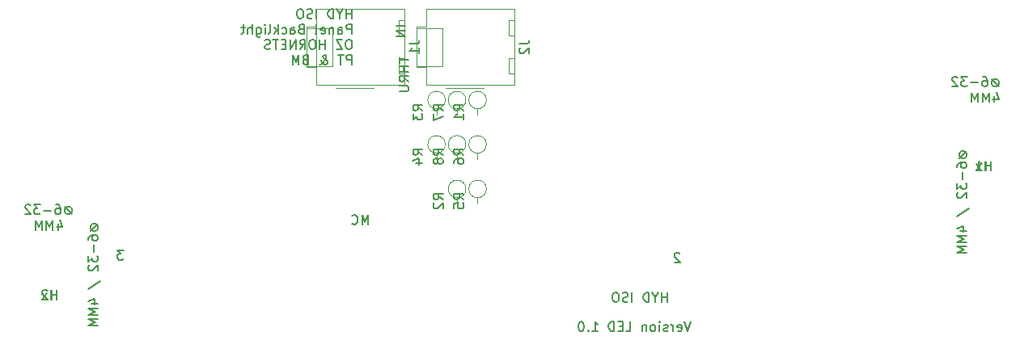
<source format=gbr>
%TF.GenerationSoftware,KiCad,Pcbnew,(6.0.7-1)-1*%
%TF.CreationDate,2023-10-29T11:35:44+10:00*%
%TF.ProjectId,HYD ISO Panel PCB V2,48594420-4953-44f2-9050-616e656c2050,rev?*%
%TF.SameCoordinates,Original*%
%TF.FileFunction,Legend,Bot*%
%TF.FilePolarity,Positive*%
%FSLAX46Y46*%
G04 Gerber Fmt 4.6, Leading zero omitted, Abs format (unit mm)*
G04 Created by KiCad (PCBNEW (6.0.7-1)-1) date 2023-10-29 11:35:44*
%MOMM*%
%LPD*%
G01*
G04 APERTURE LIST*
%ADD10C,0.150000*%
%ADD11C,0.120000*%
G04 APERTURE END LIST*
D10*
X138231571Y-93816380D02*
X137898238Y-94816380D01*
X137564904Y-93816380D01*
X136850619Y-94768761D02*
X136945857Y-94816380D01*
X137136333Y-94816380D01*
X137231571Y-94768761D01*
X137279190Y-94673523D01*
X137279190Y-94292571D01*
X137231571Y-94197333D01*
X137136333Y-94149714D01*
X136945857Y-94149714D01*
X136850619Y-94197333D01*
X136803000Y-94292571D01*
X136803000Y-94387809D01*
X137279190Y-94483047D01*
X136374428Y-94816380D02*
X136374428Y-94149714D01*
X136374428Y-94340190D02*
X136326809Y-94244952D01*
X136279190Y-94197333D01*
X136183952Y-94149714D01*
X136088714Y-94149714D01*
X135803000Y-94768761D02*
X135707761Y-94816380D01*
X135517285Y-94816380D01*
X135422047Y-94768761D01*
X135374428Y-94673523D01*
X135374428Y-94625904D01*
X135422047Y-94530666D01*
X135517285Y-94483047D01*
X135660142Y-94483047D01*
X135755380Y-94435428D01*
X135803000Y-94340190D01*
X135803000Y-94292571D01*
X135755380Y-94197333D01*
X135660142Y-94149714D01*
X135517285Y-94149714D01*
X135422047Y-94197333D01*
X134945857Y-94816380D02*
X134945857Y-94149714D01*
X134945857Y-93816380D02*
X134993476Y-93864000D01*
X134945857Y-93911619D01*
X134898238Y-93864000D01*
X134945857Y-93816380D01*
X134945857Y-93911619D01*
X134326809Y-94816380D02*
X134422047Y-94768761D01*
X134469666Y-94721142D01*
X134517285Y-94625904D01*
X134517285Y-94340190D01*
X134469666Y-94244952D01*
X134422047Y-94197333D01*
X134326809Y-94149714D01*
X134183952Y-94149714D01*
X134088714Y-94197333D01*
X134041095Y-94244952D01*
X133993476Y-94340190D01*
X133993476Y-94625904D01*
X134041095Y-94721142D01*
X134088714Y-94768761D01*
X134183952Y-94816380D01*
X134326809Y-94816380D01*
X133564904Y-94149714D02*
X133564904Y-94816380D01*
X133564904Y-94244952D02*
X133517285Y-94197333D01*
X133422047Y-94149714D01*
X133279190Y-94149714D01*
X133183952Y-94197333D01*
X133136333Y-94292571D01*
X133136333Y-94816380D01*
X131422047Y-94816380D02*
X131898238Y-94816380D01*
X131898238Y-93816380D01*
X131088714Y-94292571D02*
X130755380Y-94292571D01*
X130612523Y-94816380D02*
X131088714Y-94816380D01*
X131088714Y-93816380D01*
X130612523Y-93816380D01*
X130183952Y-94816380D02*
X130183952Y-93816380D01*
X129945857Y-93816380D01*
X129803000Y-93864000D01*
X129707761Y-93959238D01*
X129660142Y-94054476D01*
X129612523Y-94244952D01*
X129612523Y-94387809D01*
X129660142Y-94578285D01*
X129707761Y-94673523D01*
X129803000Y-94768761D01*
X129945857Y-94816380D01*
X130183952Y-94816380D01*
X127898238Y-94816380D02*
X128469666Y-94816380D01*
X128183952Y-94816380D02*
X128183952Y-93816380D01*
X128279190Y-93959238D01*
X128374428Y-94054476D01*
X128469666Y-94102095D01*
X127469666Y-94721142D02*
X127422047Y-94768761D01*
X127469666Y-94816380D01*
X127517285Y-94768761D01*
X127469666Y-94721142D01*
X127469666Y-94816380D01*
X126803000Y-93816380D02*
X126707761Y-93816380D01*
X126612523Y-93864000D01*
X126564904Y-93911619D01*
X126517285Y-94006857D01*
X126469666Y-94197333D01*
X126469666Y-94435428D01*
X126517285Y-94625904D01*
X126564904Y-94721142D01*
X126612523Y-94768761D01*
X126707761Y-94816380D01*
X126803000Y-94816380D01*
X126898238Y-94768761D01*
X126945857Y-94721142D01*
X126993476Y-94625904D01*
X127041095Y-94435428D01*
X127041095Y-94197333D01*
X126993476Y-94006857D01*
X126945857Y-93911619D01*
X126898238Y-93864000D01*
X126803000Y-93816380D01*
X108352380Y-62826190D02*
X107352380Y-62826190D01*
X108352380Y-63302380D02*
X107352380Y-63302380D01*
X108352380Y-63873809D01*
X107352380Y-63873809D01*
X107702380Y-66116666D02*
X107702380Y-66688095D01*
X108702380Y-66402380D02*
X107702380Y-66402380D01*
X108702380Y-67021428D02*
X107702380Y-67021428D01*
X108178571Y-67021428D02*
X108178571Y-67592857D01*
X108702380Y-67592857D02*
X107702380Y-67592857D01*
X108702380Y-68640476D02*
X108226190Y-68307142D01*
X108702380Y-68069047D02*
X107702380Y-68069047D01*
X107702380Y-68450000D01*
X107750000Y-68545238D01*
X107797619Y-68592857D01*
X107892857Y-68640476D01*
X108035714Y-68640476D01*
X108130952Y-68592857D01*
X108178571Y-68545238D01*
X108226190Y-68450000D01*
X108226190Y-68069047D01*
X107702380Y-69069047D02*
X108511904Y-69069047D01*
X108607142Y-69116666D01*
X108654761Y-69164285D01*
X108702380Y-69259523D01*
X108702380Y-69450000D01*
X108654761Y-69545238D01*
X108607142Y-69592857D01*
X108511904Y-69640476D01*
X107702380Y-69640476D01*
X104465333Y-83637380D02*
X104465333Y-82637380D01*
X104132000Y-83351666D01*
X103798666Y-82637380D01*
X103798666Y-83637380D01*
X102751047Y-83542142D02*
X102798666Y-83589761D01*
X102941523Y-83637380D01*
X103036761Y-83637380D01*
X103179619Y-83589761D01*
X103274857Y-83494523D01*
X103322476Y-83399285D01*
X103370095Y-83208809D01*
X103370095Y-83065952D01*
X103322476Y-82875476D01*
X103274857Y-82780238D01*
X103179619Y-82685000D01*
X103036761Y-82637380D01*
X102941523Y-82637380D01*
X102798666Y-82685000D01*
X102751047Y-82732619D01*
X135733333Y-91752380D02*
X135733333Y-90752380D01*
X135733333Y-91228571D02*
X135161904Y-91228571D01*
X135161904Y-91752380D02*
X135161904Y-90752380D01*
X134495238Y-91276190D02*
X134495238Y-91752380D01*
X134828571Y-90752380D02*
X134495238Y-91276190D01*
X134161904Y-90752380D01*
X133828571Y-91752380D02*
X133828571Y-90752380D01*
X133590476Y-90752380D01*
X133447619Y-90800000D01*
X133352380Y-90895238D01*
X133304761Y-90990476D01*
X133257142Y-91180952D01*
X133257142Y-91323809D01*
X133304761Y-91514285D01*
X133352380Y-91609523D01*
X133447619Y-91704761D01*
X133590476Y-91752380D01*
X133828571Y-91752380D01*
X132066666Y-91752380D02*
X132066666Y-90752380D01*
X131638095Y-91704761D02*
X131495238Y-91752380D01*
X131257142Y-91752380D01*
X131161904Y-91704761D01*
X131114285Y-91657142D01*
X131066666Y-91561904D01*
X131066666Y-91466666D01*
X131114285Y-91371428D01*
X131161904Y-91323809D01*
X131257142Y-91276190D01*
X131447619Y-91228571D01*
X131542857Y-91180952D01*
X131590476Y-91133333D01*
X131638095Y-91038095D01*
X131638095Y-90942857D01*
X131590476Y-90847619D01*
X131542857Y-90800000D01*
X131447619Y-90752380D01*
X131209523Y-90752380D01*
X131066666Y-90800000D01*
X130447619Y-90752380D02*
X130257142Y-90752380D01*
X130161904Y-90800000D01*
X130066666Y-90895238D01*
X130019047Y-91085714D01*
X130019047Y-91419047D01*
X130066666Y-91609523D01*
X130161904Y-91704761D01*
X130257142Y-91752380D01*
X130447619Y-91752380D01*
X130542857Y-91704761D01*
X130638095Y-91609523D01*
X130685714Y-91419047D01*
X130685714Y-91085714D01*
X130638095Y-90895238D01*
X130542857Y-90800000D01*
X130447619Y-90752380D01*
X137064714Y-86669619D02*
X137017095Y-86622000D01*
X136921857Y-86574380D01*
X136683761Y-86574380D01*
X136588523Y-86622000D01*
X136540904Y-86669619D01*
X136493285Y-86764857D01*
X136493285Y-86860095D01*
X136540904Y-87002952D01*
X137112333Y-87574380D01*
X136493285Y-87574380D01*
X71963489Y-83535714D02*
X71963489Y-84202380D01*
X72201585Y-83154761D02*
X72439680Y-83869047D01*
X71820632Y-83869047D01*
X71439680Y-84202380D02*
X71439680Y-83202380D01*
X71106347Y-83916666D01*
X70773013Y-83202380D01*
X70773013Y-84202380D01*
X70296823Y-84202380D02*
X70296823Y-83202380D01*
X69963489Y-83916666D01*
X69630156Y-83202380D01*
X69630156Y-84202380D01*
X169952380Y-70135714D02*
X169952380Y-70802380D01*
X170190476Y-69754761D02*
X170428571Y-70469047D01*
X169809523Y-70469047D01*
X169428571Y-70802380D02*
X169428571Y-69802380D01*
X169095238Y-70516666D01*
X168761904Y-69802380D01*
X168761904Y-70802380D01*
X168285714Y-70802380D02*
X168285714Y-69802380D01*
X167952380Y-70516666D01*
X167619047Y-69802380D01*
X167619047Y-70802380D01*
X78819333Y-86320380D02*
X78200285Y-86320380D01*
X78533619Y-86701333D01*
X78390761Y-86701333D01*
X78295523Y-86748952D01*
X78247904Y-86796571D01*
X78200285Y-86891809D01*
X78200285Y-87129904D01*
X78247904Y-87225142D01*
X78295523Y-87272761D01*
X78390761Y-87320380D01*
X78676476Y-87320380D01*
X78771714Y-87272761D01*
X78819333Y-87225142D01*
X102714404Y-62037380D02*
X102714404Y-61037380D01*
X102714404Y-61513571D02*
X102142976Y-61513571D01*
X102142976Y-62037380D02*
X102142976Y-61037380D01*
X101476309Y-61561190D02*
X101476309Y-62037380D01*
X101809642Y-61037380D02*
X101476309Y-61561190D01*
X101142976Y-61037380D01*
X100809642Y-62037380D02*
X100809642Y-61037380D01*
X100571547Y-61037380D01*
X100428690Y-61085000D01*
X100333452Y-61180238D01*
X100285833Y-61275476D01*
X100238214Y-61465952D01*
X100238214Y-61608809D01*
X100285833Y-61799285D01*
X100333452Y-61894523D01*
X100428690Y-61989761D01*
X100571547Y-62037380D01*
X100809642Y-62037380D01*
X99047738Y-62037380D02*
X99047738Y-61037380D01*
X98619166Y-61989761D02*
X98476309Y-62037380D01*
X98238214Y-62037380D01*
X98142976Y-61989761D01*
X98095357Y-61942142D01*
X98047738Y-61846904D01*
X98047738Y-61751666D01*
X98095357Y-61656428D01*
X98142976Y-61608809D01*
X98238214Y-61561190D01*
X98428690Y-61513571D01*
X98523928Y-61465952D01*
X98571547Y-61418333D01*
X98619166Y-61323095D01*
X98619166Y-61227857D01*
X98571547Y-61132619D01*
X98523928Y-61085000D01*
X98428690Y-61037380D01*
X98190595Y-61037380D01*
X98047738Y-61085000D01*
X97428690Y-61037380D02*
X97238214Y-61037380D01*
X97142976Y-61085000D01*
X97047738Y-61180238D01*
X97000119Y-61370714D01*
X97000119Y-61704047D01*
X97047738Y-61894523D01*
X97142976Y-61989761D01*
X97238214Y-62037380D01*
X97428690Y-62037380D01*
X97523928Y-61989761D01*
X97619166Y-61894523D01*
X97666785Y-61704047D01*
X97666785Y-61370714D01*
X97619166Y-61180238D01*
X97523928Y-61085000D01*
X97428690Y-61037380D01*
X102714404Y-63647380D02*
X102714404Y-62647380D01*
X102333452Y-62647380D01*
X102238214Y-62695000D01*
X102190595Y-62742619D01*
X102142976Y-62837857D01*
X102142976Y-62980714D01*
X102190595Y-63075952D01*
X102238214Y-63123571D01*
X102333452Y-63171190D01*
X102714404Y-63171190D01*
X101285833Y-63647380D02*
X101285833Y-63123571D01*
X101333452Y-63028333D01*
X101428690Y-62980714D01*
X101619166Y-62980714D01*
X101714404Y-63028333D01*
X101285833Y-63599761D02*
X101381071Y-63647380D01*
X101619166Y-63647380D01*
X101714404Y-63599761D01*
X101762023Y-63504523D01*
X101762023Y-63409285D01*
X101714404Y-63314047D01*
X101619166Y-63266428D01*
X101381071Y-63266428D01*
X101285833Y-63218809D01*
X100809642Y-62980714D02*
X100809642Y-63647380D01*
X100809642Y-63075952D02*
X100762023Y-63028333D01*
X100666785Y-62980714D01*
X100523928Y-62980714D01*
X100428690Y-63028333D01*
X100381071Y-63123571D01*
X100381071Y-63647380D01*
X99523928Y-63599761D02*
X99619166Y-63647380D01*
X99809642Y-63647380D01*
X99904880Y-63599761D01*
X99952500Y-63504523D01*
X99952500Y-63123571D01*
X99904880Y-63028333D01*
X99809642Y-62980714D01*
X99619166Y-62980714D01*
X99523928Y-63028333D01*
X99476309Y-63123571D01*
X99476309Y-63218809D01*
X99952500Y-63314047D01*
X98904880Y-63647380D02*
X99000119Y-63599761D01*
X99047738Y-63504523D01*
X99047738Y-62647380D01*
X97428690Y-63123571D02*
X97285833Y-63171190D01*
X97238214Y-63218809D01*
X97190595Y-63314047D01*
X97190595Y-63456904D01*
X97238214Y-63552142D01*
X97285833Y-63599761D01*
X97381071Y-63647380D01*
X97762023Y-63647380D01*
X97762023Y-62647380D01*
X97428690Y-62647380D01*
X97333452Y-62695000D01*
X97285833Y-62742619D01*
X97238214Y-62837857D01*
X97238214Y-62933095D01*
X97285833Y-63028333D01*
X97333452Y-63075952D01*
X97428690Y-63123571D01*
X97762023Y-63123571D01*
X96333452Y-63647380D02*
X96333452Y-63123571D01*
X96381071Y-63028333D01*
X96476309Y-62980714D01*
X96666785Y-62980714D01*
X96762023Y-63028333D01*
X96333452Y-63599761D02*
X96428690Y-63647380D01*
X96666785Y-63647380D01*
X96762023Y-63599761D01*
X96809642Y-63504523D01*
X96809642Y-63409285D01*
X96762023Y-63314047D01*
X96666785Y-63266428D01*
X96428690Y-63266428D01*
X96333452Y-63218809D01*
X95428690Y-63599761D02*
X95523928Y-63647380D01*
X95714404Y-63647380D01*
X95809642Y-63599761D01*
X95857261Y-63552142D01*
X95904880Y-63456904D01*
X95904880Y-63171190D01*
X95857261Y-63075952D01*
X95809642Y-63028333D01*
X95714404Y-62980714D01*
X95523928Y-62980714D01*
X95428690Y-63028333D01*
X95000119Y-63647380D02*
X95000119Y-62647380D01*
X94904880Y-63266428D02*
X94619166Y-63647380D01*
X94619166Y-62980714D02*
X95000119Y-63361666D01*
X94047738Y-63647380D02*
X94142976Y-63599761D01*
X94190595Y-63504523D01*
X94190595Y-62647380D01*
X93666785Y-63647380D02*
X93666785Y-62980714D01*
X93666785Y-62647380D02*
X93714404Y-62695000D01*
X93666785Y-62742619D01*
X93619166Y-62695000D01*
X93666785Y-62647380D01*
X93666785Y-62742619D01*
X92762023Y-62980714D02*
X92762023Y-63790238D01*
X92809642Y-63885476D01*
X92857261Y-63933095D01*
X92952499Y-63980714D01*
X93095357Y-63980714D01*
X93190595Y-63933095D01*
X92762023Y-63599761D02*
X92857261Y-63647380D01*
X93047738Y-63647380D01*
X93142976Y-63599761D01*
X93190595Y-63552142D01*
X93238214Y-63456904D01*
X93238214Y-63171190D01*
X93190595Y-63075952D01*
X93142976Y-63028333D01*
X93047738Y-62980714D01*
X92857261Y-62980714D01*
X92762023Y-63028333D01*
X92285833Y-63647380D02*
X92285833Y-62647380D01*
X91857261Y-63647380D02*
X91857261Y-63123571D01*
X91904880Y-63028333D01*
X92000119Y-62980714D01*
X92142976Y-62980714D01*
X92238214Y-63028333D01*
X92285833Y-63075952D01*
X91523928Y-62980714D02*
X91142976Y-62980714D01*
X91381071Y-62647380D02*
X91381071Y-63504523D01*
X91333452Y-63599761D01*
X91238214Y-63647380D01*
X91142976Y-63647380D01*
X102523928Y-64257380D02*
X102333452Y-64257380D01*
X102238214Y-64305000D01*
X102142976Y-64400238D01*
X102095357Y-64590714D01*
X102095357Y-64924047D01*
X102142976Y-65114523D01*
X102238214Y-65209761D01*
X102333452Y-65257380D01*
X102523928Y-65257380D01*
X102619166Y-65209761D01*
X102714404Y-65114523D01*
X102762023Y-64924047D01*
X102762023Y-64590714D01*
X102714404Y-64400238D01*
X102619166Y-64305000D01*
X102523928Y-64257380D01*
X101762023Y-64257380D02*
X101095357Y-64257380D01*
X101762023Y-65257380D01*
X101095357Y-65257380D01*
X99952500Y-65257380D02*
X99952500Y-64257380D01*
X99952500Y-64733571D02*
X99381071Y-64733571D01*
X99381071Y-65257380D02*
X99381071Y-64257380D01*
X98714404Y-64257380D02*
X98523928Y-64257380D01*
X98428690Y-64305000D01*
X98333452Y-64400238D01*
X98285833Y-64590714D01*
X98285833Y-64924047D01*
X98333452Y-65114523D01*
X98428690Y-65209761D01*
X98523928Y-65257380D01*
X98714404Y-65257380D01*
X98809642Y-65209761D01*
X98904880Y-65114523D01*
X98952500Y-64924047D01*
X98952500Y-64590714D01*
X98904880Y-64400238D01*
X98809642Y-64305000D01*
X98714404Y-64257380D01*
X97285833Y-65257380D02*
X97619166Y-64781190D01*
X97857261Y-65257380D02*
X97857261Y-64257380D01*
X97476309Y-64257380D01*
X97381071Y-64305000D01*
X97333452Y-64352619D01*
X97285833Y-64447857D01*
X97285833Y-64590714D01*
X97333452Y-64685952D01*
X97381071Y-64733571D01*
X97476309Y-64781190D01*
X97857261Y-64781190D01*
X96857261Y-65257380D02*
X96857261Y-64257380D01*
X96285833Y-65257380D01*
X96285833Y-64257380D01*
X95809642Y-64733571D02*
X95476309Y-64733571D01*
X95333452Y-65257380D02*
X95809642Y-65257380D01*
X95809642Y-64257380D01*
X95333452Y-64257380D01*
X95047738Y-64257380D02*
X94476309Y-64257380D01*
X94762023Y-65257380D02*
X94762023Y-64257380D01*
X94190595Y-65209761D02*
X94047738Y-65257380D01*
X93809642Y-65257380D01*
X93714404Y-65209761D01*
X93666785Y-65162142D01*
X93619166Y-65066904D01*
X93619166Y-64971666D01*
X93666785Y-64876428D01*
X93714404Y-64828809D01*
X93809642Y-64781190D01*
X94000119Y-64733571D01*
X94095357Y-64685952D01*
X94142976Y-64638333D01*
X94190595Y-64543095D01*
X94190595Y-64447857D01*
X94142976Y-64352619D01*
X94095357Y-64305000D01*
X94000119Y-64257380D01*
X93762023Y-64257380D01*
X93619166Y-64305000D01*
X102714404Y-66867380D02*
X102714404Y-65867380D01*
X102333452Y-65867380D01*
X102238214Y-65915000D01*
X102190595Y-65962619D01*
X102142976Y-66057857D01*
X102142976Y-66200714D01*
X102190595Y-66295952D01*
X102238214Y-66343571D01*
X102333452Y-66391190D01*
X102714404Y-66391190D01*
X101857261Y-65867380D02*
X101285833Y-65867380D01*
X101571547Y-66867380D02*
X101571547Y-65867380D01*
X99381071Y-66867380D02*
X99428690Y-66867380D01*
X99523928Y-66819761D01*
X99666785Y-66676904D01*
X99904880Y-66391190D01*
X100000119Y-66248333D01*
X100047738Y-66105476D01*
X100047738Y-66010238D01*
X100000119Y-65915000D01*
X99904880Y-65867380D01*
X99857261Y-65867380D01*
X99762023Y-65915000D01*
X99714404Y-66010238D01*
X99714404Y-66057857D01*
X99762023Y-66153095D01*
X99809642Y-66200714D01*
X100095357Y-66391190D01*
X100142976Y-66438809D01*
X100190595Y-66534047D01*
X100190595Y-66676904D01*
X100142976Y-66772142D01*
X100095357Y-66819761D01*
X100000119Y-66867380D01*
X99857261Y-66867380D01*
X99762023Y-66819761D01*
X99714404Y-66772142D01*
X99571547Y-66581666D01*
X99523928Y-66438809D01*
X99523928Y-66343571D01*
X97857261Y-66343571D02*
X97714404Y-66391190D01*
X97666785Y-66438809D01*
X97619166Y-66534047D01*
X97619166Y-66676904D01*
X97666785Y-66772142D01*
X97714404Y-66819761D01*
X97809642Y-66867380D01*
X98190595Y-66867380D01*
X98190595Y-65867380D01*
X97857261Y-65867380D01*
X97762023Y-65915000D01*
X97714404Y-65962619D01*
X97666785Y-66057857D01*
X97666785Y-66153095D01*
X97714404Y-66248333D01*
X97762023Y-66295952D01*
X97857261Y-66343571D01*
X98190595Y-66343571D01*
X97190595Y-66867380D02*
X97190595Y-65867380D01*
X96857261Y-66581666D01*
X96523928Y-65867380D01*
X96523928Y-66867380D01*
%TO.C,REF01*%
X73153957Y-81780776D02*
X72963480Y-81780776D01*
X72773004Y-81876014D01*
X72677766Y-82066490D01*
X72677766Y-82256966D01*
X72773004Y-82447442D01*
X72963480Y-82542680D01*
X73153957Y-82542680D01*
X73344433Y-82447442D01*
X73439671Y-82256966D01*
X73439671Y-82066490D01*
X73344433Y-81876014D01*
X73153957Y-81780776D01*
X72677766Y-81780776D02*
X73439671Y-82542680D01*
X71773004Y-81542680D02*
X71963480Y-81542680D01*
X72058719Y-81590300D01*
X72106338Y-81637919D01*
X72201576Y-81780776D01*
X72249195Y-81971252D01*
X72249195Y-82352204D01*
X72201576Y-82447442D01*
X72153957Y-82495061D01*
X72058719Y-82542680D01*
X71868242Y-82542680D01*
X71773004Y-82495061D01*
X71725385Y-82447442D01*
X71677766Y-82352204D01*
X71677766Y-82114109D01*
X71725385Y-82018871D01*
X71773004Y-81971252D01*
X71868242Y-81923633D01*
X72058719Y-81923633D01*
X72153957Y-81971252D01*
X72201576Y-82018871D01*
X72249195Y-82114109D01*
X71249195Y-82161728D02*
X70487290Y-82161728D01*
X70106338Y-81542680D02*
X69487290Y-81542680D01*
X69820623Y-81923633D01*
X69677766Y-81923633D01*
X69582528Y-81971252D01*
X69534909Y-82018871D01*
X69487290Y-82114109D01*
X69487290Y-82352204D01*
X69534909Y-82447442D01*
X69582528Y-82495061D01*
X69677766Y-82542680D01*
X69963480Y-82542680D01*
X70058719Y-82495061D01*
X70106338Y-82447442D01*
X69106338Y-81637919D02*
X69058719Y-81590300D01*
X68963480Y-81542680D01*
X68725385Y-81542680D01*
X68630147Y-81590300D01*
X68582528Y-81637919D01*
X68534909Y-81733157D01*
X68534909Y-81828395D01*
X68582528Y-81971252D01*
X69153957Y-82542680D01*
X68534909Y-82542680D01*
X75382476Y-83852380D02*
X75382476Y-84042857D01*
X75477714Y-84233333D01*
X75668190Y-84328571D01*
X75858666Y-84328571D01*
X76049142Y-84233333D01*
X76144380Y-84042857D01*
X76144380Y-83852380D01*
X76049142Y-83661904D01*
X75858666Y-83566666D01*
X75668190Y-83566666D01*
X75477714Y-83661904D01*
X75382476Y-83852380D01*
X75382476Y-84328571D02*
X76144380Y-83566666D01*
X75144380Y-85233333D02*
X75144380Y-85042857D01*
X75192000Y-84947619D01*
X75239619Y-84900000D01*
X75382476Y-84804761D01*
X75572952Y-84757142D01*
X75953904Y-84757142D01*
X76049142Y-84804761D01*
X76096761Y-84852380D01*
X76144380Y-84947619D01*
X76144380Y-85138095D01*
X76096761Y-85233333D01*
X76049142Y-85280952D01*
X75953904Y-85328571D01*
X75715809Y-85328571D01*
X75620571Y-85280952D01*
X75572952Y-85233333D01*
X75525333Y-85138095D01*
X75525333Y-84947619D01*
X75572952Y-84852380D01*
X75620571Y-84804761D01*
X75715809Y-84757142D01*
X75763428Y-85757142D02*
X75763428Y-86519047D01*
X75144380Y-86900000D02*
X75144380Y-87519047D01*
X75525333Y-87185714D01*
X75525333Y-87328571D01*
X75572952Y-87423809D01*
X75620571Y-87471428D01*
X75715809Y-87519047D01*
X75953904Y-87519047D01*
X76049142Y-87471428D01*
X76096761Y-87423809D01*
X76144380Y-87328571D01*
X76144380Y-87042857D01*
X76096761Y-86947619D01*
X76049142Y-86900000D01*
X75239619Y-87900000D02*
X75192000Y-87947619D01*
X75144380Y-88042857D01*
X75144380Y-88280952D01*
X75192000Y-88376190D01*
X75239619Y-88423809D01*
X75334857Y-88471428D01*
X75430095Y-88471428D01*
X75572952Y-88423809D01*
X76144380Y-87852380D01*
X76144380Y-88471428D01*
X75096761Y-90376190D02*
X76382476Y-89519047D01*
X75477714Y-91900000D02*
X76144380Y-91900000D01*
X75096761Y-91661904D02*
X75811047Y-91423809D01*
X75811047Y-92042857D01*
X76144380Y-92423809D02*
X75144380Y-92423809D01*
X75858666Y-92757142D01*
X75144380Y-93090476D01*
X76144380Y-93090476D01*
X76144380Y-93566666D02*
X75144380Y-93566666D01*
X75858666Y-93900000D01*
X75144380Y-94233333D01*
X76144380Y-94233333D01*
X71873004Y-91512680D02*
X71873004Y-90512680D01*
X71873004Y-90988871D02*
X71301576Y-90988871D01*
X71301576Y-91512680D02*
X71301576Y-90512680D01*
X70873004Y-90607919D02*
X70825385Y-90560300D01*
X70730147Y-90512680D01*
X70492052Y-90512680D01*
X70396814Y-90560300D01*
X70349195Y-90607919D01*
X70301576Y-90703157D01*
X70301576Y-90798395D01*
X70349195Y-90941252D01*
X70920623Y-91512680D01*
X70301576Y-91512680D01*
X71801576Y-91512680D02*
X71801576Y-90512680D01*
X71801576Y-90988871D02*
X71230147Y-90988871D01*
X71230147Y-91512680D02*
X71230147Y-90512680D01*
X70849195Y-91512680D02*
X70325385Y-90846014D01*
X70849195Y-90846014D02*
X70325385Y-91512680D01*
%TO.C,REF02*%
X169591576Y-77987180D02*
X169591576Y-76987180D01*
X169591576Y-77463371D02*
X169020147Y-77463371D01*
X169020147Y-77987180D02*
X169020147Y-76987180D01*
X168639195Y-77987180D02*
X168115385Y-77320514D01*
X168639195Y-77320514D02*
X168115385Y-77987180D01*
X169663004Y-77987180D02*
X169663004Y-76987180D01*
X169663004Y-77463371D02*
X169091576Y-77463371D01*
X169091576Y-77987180D02*
X169091576Y-76987180D01*
X168091576Y-77987180D02*
X168663004Y-77987180D01*
X168377290Y-77987180D02*
X168377290Y-76987180D01*
X168472528Y-77130038D01*
X168567766Y-77225276D01*
X168663004Y-77272895D01*
X170192848Y-68390500D02*
X170002371Y-68390500D01*
X169811895Y-68485738D01*
X169716657Y-68676214D01*
X169716657Y-68866690D01*
X169811895Y-69057166D01*
X170002371Y-69152404D01*
X170192848Y-69152404D01*
X170383324Y-69057166D01*
X170478562Y-68866690D01*
X170478562Y-68676214D01*
X170383324Y-68485738D01*
X170192848Y-68390500D01*
X169716657Y-68390500D02*
X170478562Y-69152404D01*
X168811895Y-68152404D02*
X169002371Y-68152404D01*
X169097610Y-68200024D01*
X169145229Y-68247643D01*
X169240467Y-68390500D01*
X169288086Y-68580976D01*
X169288086Y-68961928D01*
X169240467Y-69057166D01*
X169192848Y-69104785D01*
X169097610Y-69152404D01*
X168907133Y-69152404D01*
X168811895Y-69104785D01*
X168764276Y-69057166D01*
X168716657Y-68961928D01*
X168716657Y-68723833D01*
X168764276Y-68628595D01*
X168811895Y-68580976D01*
X168907133Y-68533357D01*
X169097610Y-68533357D01*
X169192848Y-68580976D01*
X169240467Y-68628595D01*
X169288086Y-68723833D01*
X168288086Y-68771452D02*
X167526181Y-68771452D01*
X167145229Y-68152404D02*
X166526181Y-68152404D01*
X166859514Y-68533357D01*
X166716657Y-68533357D01*
X166621419Y-68580976D01*
X166573800Y-68628595D01*
X166526181Y-68723833D01*
X166526181Y-68961928D01*
X166573800Y-69057166D01*
X166621419Y-69104785D01*
X166716657Y-69152404D01*
X167002371Y-69152404D01*
X167097610Y-69104785D01*
X167145229Y-69057166D01*
X166145229Y-68247643D02*
X166097610Y-68200024D01*
X166002371Y-68152404D01*
X165764276Y-68152404D01*
X165669038Y-68200024D01*
X165621419Y-68247643D01*
X165573800Y-68342881D01*
X165573800Y-68438119D01*
X165621419Y-68580976D01*
X166192848Y-69152404D01*
X165573800Y-69152404D01*
X166314476Y-76232380D02*
X166314476Y-76422857D01*
X166409714Y-76613333D01*
X166600190Y-76708571D01*
X166790666Y-76708571D01*
X166981142Y-76613333D01*
X167076380Y-76422857D01*
X167076380Y-76232380D01*
X166981142Y-76041904D01*
X166790666Y-75946666D01*
X166600190Y-75946666D01*
X166409714Y-76041904D01*
X166314476Y-76232380D01*
X166314476Y-76708571D02*
X167076380Y-75946666D01*
X166076380Y-77613333D02*
X166076380Y-77422857D01*
X166124000Y-77327619D01*
X166171619Y-77280000D01*
X166314476Y-77184761D01*
X166504952Y-77137142D01*
X166885904Y-77137142D01*
X166981142Y-77184761D01*
X167028761Y-77232380D01*
X167076380Y-77327619D01*
X167076380Y-77518095D01*
X167028761Y-77613333D01*
X166981142Y-77660952D01*
X166885904Y-77708571D01*
X166647809Y-77708571D01*
X166552571Y-77660952D01*
X166504952Y-77613333D01*
X166457333Y-77518095D01*
X166457333Y-77327619D01*
X166504952Y-77232380D01*
X166552571Y-77184761D01*
X166647809Y-77137142D01*
X166695428Y-78137142D02*
X166695428Y-78899047D01*
X166076380Y-79280000D02*
X166076380Y-79899047D01*
X166457333Y-79565714D01*
X166457333Y-79708571D01*
X166504952Y-79803809D01*
X166552571Y-79851428D01*
X166647809Y-79899047D01*
X166885904Y-79899047D01*
X166981142Y-79851428D01*
X167028761Y-79803809D01*
X167076380Y-79708571D01*
X167076380Y-79422857D01*
X167028761Y-79327619D01*
X166981142Y-79280000D01*
X166171619Y-80280000D02*
X166124000Y-80327619D01*
X166076380Y-80422857D01*
X166076380Y-80660952D01*
X166124000Y-80756190D01*
X166171619Y-80803809D01*
X166266857Y-80851428D01*
X166362095Y-80851428D01*
X166504952Y-80803809D01*
X167076380Y-80232380D01*
X167076380Y-80851428D01*
X166028761Y-82756190D02*
X167314476Y-81899047D01*
X166409714Y-84280000D02*
X167076380Y-84280000D01*
X166028761Y-84041904D02*
X166743047Y-83803809D01*
X166743047Y-84422857D01*
X167076380Y-84803809D02*
X166076380Y-84803809D01*
X166790666Y-85137142D01*
X166076380Y-85470476D01*
X167076380Y-85470476D01*
X167076380Y-85946666D02*
X166076380Y-85946666D01*
X166790666Y-86280000D01*
X166076380Y-86613333D01*
X167076380Y-86613333D01*
%TO.C,J2*%
X120287380Y-64690666D02*
X121001666Y-64690666D01*
X121144523Y-64643047D01*
X121239761Y-64547809D01*
X121287380Y-64404952D01*
X121287380Y-64309714D01*
X120382619Y-65119238D02*
X120335000Y-65166857D01*
X120287380Y-65262095D01*
X120287380Y-65500190D01*
X120335000Y-65595428D01*
X120382619Y-65643047D01*
X120477857Y-65690666D01*
X120573095Y-65690666D01*
X120715952Y-65643047D01*
X121287380Y-65071619D01*
X121287380Y-65690666D01*
%TO.C,J1*%
X108781380Y-64690666D02*
X109495666Y-64690666D01*
X109638523Y-64643047D01*
X109733761Y-64547809D01*
X109781380Y-64404952D01*
X109781380Y-64309714D01*
X109781380Y-65690666D02*
X109781380Y-65119238D01*
X109781380Y-65404952D02*
X108781380Y-65404952D01*
X108924238Y-65309714D01*
X109019476Y-65214476D01*
X109067095Y-65119238D01*
%TO.C,R1*%
X114432380Y-71683333D02*
X113956190Y-71350000D01*
X114432380Y-71111904D02*
X113432380Y-71111904D01*
X113432380Y-71492857D01*
X113480000Y-71588095D01*
X113527619Y-71635714D01*
X113622857Y-71683333D01*
X113765714Y-71683333D01*
X113860952Y-71635714D01*
X113908571Y-71588095D01*
X113956190Y-71492857D01*
X113956190Y-71111904D01*
X114432380Y-72635714D02*
X114432380Y-72064285D01*
X114432380Y-72350000D02*
X113432380Y-72350000D01*
X113575238Y-72254761D01*
X113670476Y-72159523D01*
X113718095Y-72064285D01*
%TO.C,R5*%
X114432380Y-81003333D02*
X113956190Y-80670000D01*
X114432380Y-80431904D02*
X113432380Y-80431904D01*
X113432380Y-80812857D01*
X113480000Y-80908095D01*
X113527619Y-80955714D01*
X113622857Y-81003333D01*
X113765714Y-81003333D01*
X113860952Y-80955714D01*
X113908571Y-80908095D01*
X113956190Y-80812857D01*
X113956190Y-80431904D01*
X113432380Y-81908095D02*
X113432380Y-81431904D01*
X113908571Y-81384285D01*
X113860952Y-81431904D01*
X113813333Y-81527142D01*
X113813333Y-81765238D01*
X113860952Y-81860476D01*
X113908571Y-81908095D01*
X114003809Y-81955714D01*
X114241904Y-81955714D01*
X114337142Y-81908095D01*
X114384761Y-81860476D01*
X114432380Y-81765238D01*
X114432380Y-81527142D01*
X114384761Y-81431904D01*
X114337142Y-81384285D01*
%TO.C,R6*%
X114432380Y-76333333D02*
X113956190Y-76000000D01*
X114432380Y-75761904D02*
X113432380Y-75761904D01*
X113432380Y-76142857D01*
X113480000Y-76238095D01*
X113527619Y-76285714D01*
X113622857Y-76333333D01*
X113765714Y-76333333D01*
X113860952Y-76285714D01*
X113908571Y-76238095D01*
X113956190Y-76142857D01*
X113956190Y-75761904D01*
X113432380Y-77190476D02*
X113432380Y-77000000D01*
X113480000Y-76904761D01*
X113527619Y-76857142D01*
X113670476Y-76761904D01*
X113860952Y-76714285D01*
X114241904Y-76714285D01*
X114337142Y-76761904D01*
X114384761Y-76809523D01*
X114432380Y-76904761D01*
X114432380Y-77095238D01*
X114384761Y-77190476D01*
X114337142Y-77238095D01*
X114241904Y-77285714D01*
X114003809Y-77285714D01*
X113908571Y-77238095D01*
X113860952Y-77190476D01*
X113813333Y-77095238D01*
X113813333Y-76904761D01*
X113860952Y-76809523D01*
X113908571Y-76761904D01*
X114003809Y-76714285D01*
%TO.C,R2*%
X112282380Y-81003333D02*
X111806190Y-80670000D01*
X112282380Y-80431904D02*
X111282380Y-80431904D01*
X111282380Y-80812857D01*
X111330000Y-80908095D01*
X111377619Y-80955714D01*
X111472857Y-81003333D01*
X111615714Y-81003333D01*
X111710952Y-80955714D01*
X111758571Y-80908095D01*
X111806190Y-80812857D01*
X111806190Y-80431904D01*
X111377619Y-81384285D02*
X111330000Y-81431904D01*
X111282380Y-81527142D01*
X111282380Y-81765238D01*
X111330000Y-81860476D01*
X111377619Y-81908095D01*
X111472857Y-81955714D01*
X111568095Y-81955714D01*
X111710952Y-81908095D01*
X112282380Y-81336666D01*
X112282380Y-81955714D01*
%TO.C,R3*%
X110132380Y-71683333D02*
X109656190Y-71350000D01*
X110132380Y-71111904D02*
X109132380Y-71111904D01*
X109132380Y-71492857D01*
X109180000Y-71588095D01*
X109227619Y-71635714D01*
X109322857Y-71683333D01*
X109465714Y-71683333D01*
X109560952Y-71635714D01*
X109608571Y-71588095D01*
X109656190Y-71492857D01*
X109656190Y-71111904D01*
X109132380Y-72016666D02*
X109132380Y-72635714D01*
X109513333Y-72302380D01*
X109513333Y-72445238D01*
X109560952Y-72540476D01*
X109608571Y-72588095D01*
X109703809Y-72635714D01*
X109941904Y-72635714D01*
X110037142Y-72588095D01*
X110084761Y-72540476D01*
X110132380Y-72445238D01*
X110132380Y-72159523D01*
X110084761Y-72064285D01*
X110037142Y-72016666D01*
%TO.C,R8*%
X112282380Y-76333333D02*
X111806190Y-76000000D01*
X112282380Y-75761904D02*
X111282380Y-75761904D01*
X111282380Y-76142857D01*
X111330000Y-76238095D01*
X111377619Y-76285714D01*
X111472857Y-76333333D01*
X111615714Y-76333333D01*
X111710952Y-76285714D01*
X111758571Y-76238095D01*
X111806190Y-76142857D01*
X111806190Y-75761904D01*
X111710952Y-76904761D02*
X111663333Y-76809523D01*
X111615714Y-76761904D01*
X111520476Y-76714285D01*
X111472857Y-76714285D01*
X111377619Y-76761904D01*
X111330000Y-76809523D01*
X111282380Y-76904761D01*
X111282380Y-77095238D01*
X111330000Y-77190476D01*
X111377619Y-77238095D01*
X111472857Y-77285714D01*
X111520476Y-77285714D01*
X111615714Y-77238095D01*
X111663333Y-77190476D01*
X111710952Y-77095238D01*
X111710952Y-76904761D01*
X111758571Y-76809523D01*
X111806190Y-76761904D01*
X111901428Y-76714285D01*
X112091904Y-76714285D01*
X112187142Y-76761904D01*
X112234761Y-76809523D01*
X112282380Y-76904761D01*
X112282380Y-77095238D01*
X112234761Y-77190476D01*
X112187142Y-77238095D01*
X112091904Y-77285714D01*
X111901428Y-77285714D01*
X111806190Y-77238095D01*
X111758571Y-77190476D01*
X111710952Y-77095238D01*
%TO.C,R4*%
X110132380Y-76333333D02*
X109656190Y-76000000D01*
X110132380Y-75761904D02*
X109132380Y-75761904D01*
X109132380Y-76142857D01*
X109180000Y-76238095D01*
X109227619Y-76285714D01*
X109322857Y-76333333D01*
X109465714Y-76333333D01*
X109560952Y-76285714D01*
X109608571Y-76238095D01*
X109656190Y-76142857D01*
X109656190Y-75761904D01*
X109465714Y-77190476D02*
X110132380Y-77190476D01*
X109084761Y-76952380D02*
X109799047Y-76714285D01*
X109799047Y-77333333D01*
%TO.C,R7*%
X112282380Y-71683333D02*
X111806190Y-71350000D01*
X112282380Y-71111904D02*
X111282380Y-71111904D01*
X111282380Y-71492857D01*
X111330000Y-71588095D01*
X111377619Y-71635714D01*
X111472857Y-71683333D01*
X111615714Y-71683333D01*
X111710952Y-71635714D01*
X111758571Y-71588095D01*
X111806190Y-71492857D01*
X111806190Y-71111904D01*
X111282380Y-72016666D02*
X111282380Y-72683333D01*
X112282380Y-72254761D01*
D11*
%TO.C,J2*%
X119745000Y-69024000D02*
X119745000Y-61024000D01*
X119145000Y-63844000D02*
X119145000Y-62244000D01*
X109515000Y-62929000D02*
X109515000Y-67119000D01*
X110520000Y-62929000D02*
X109515000Y-62929000D01*
X119745000Y-63844000D02*
X119145000Y-63844000D01*
X110520000Y-61024000D02*
X110520000Y-62929000D01*
X119145000Y-62244000D02*
X119745000Y-62244000D01*
X109515000Y-67119000D02*
X110520000Y-67119000D01*
X119745000Y-67804000D02*
X119145000Y-67804000D01*
X116525000Y-69314000D02*
X112525000Y-69314000D01*
X110520000Y-69024000D02*
X119745000Y-69024000D01*
X110515000Y-63044000D02*
X109515000Y-63044000D01*
X119145000Y-67804000D02*
X119145000Y-66204000D01*
X110515000Y-67004000D02*
X112185000Y-67004000D01*
X119145000Y-66204000D02*
X119745000Y-66204000D01*
X110515000Y-67004000D02*
X110515000Y-63044000D01*
X112185000Y-63044000D02*
X110515000Y-63044000D01*
X110520000Y-67119000D02*
X110520000Y-69024000D01*
X119745000Y-61024000D02*
X110520000Y-61024000D01*
X112185000Y-67004000D02*
X112185000Y-63044000D01*
X109515000Y-67004000D02*
X110515000Y-67004000D01*
%TO.C,J1*%
X108239000Y-69024000D02*
X108239000Y-61024000D01*
X107639000Y-63844000D02*
X107639000Y-62244000D01*
X98009000Y-62929000D02*
X98009000Y-67119000D01*
X99014000Y-62929000D02*
X98009000Y-62929000D01*
X108239000Y-63844000D02*
X107639000Y-63844000D01*
X99014000Y-61024000D02*
X99014000Y-62929000D01*
X107639000Y-62244000D02*
X108239000Y-62244000D01*
X98009000Y-67119000D02*
X99014000Y-67119000D01*
X108239000Y-67804000D02*
X107639000Y-67804000D01*
X105019000Y-69314000D02*
X101019000Y-69314000D01*
X99014000Y-69024000D02*
X108239000Y-69024000D01*
X99009000Y-63044000D02*
X98009000Y-63044000D01*
X107639000Y-67804000D02*
X107639000Y-66204000D01*
X99009000Y-67004000D02*
X100679000Y-67004000D01*
X107639000Y-66204000D02*
X108239000Y-66204000D01*
X99009000Y-67004000D02*
X99009000Y-63044000D01*
X100679000Y-63044000D02*
X99009000Y-63044000D01*
X99014000Y-67119000D02*
X99014000Y-69024000D01*
X108239000Y-61024000D02*
X99014000Y-61024000D01*
X100679000Y-67004000D02*
X100679000Y-63044000D01*
X98009000Y-67004000D02*
X99009000Y-67004000D01*
%TO.C,R1*%
X115900000Y-71500000D02*
X115900000Y-72120000D01*
X116820000Y-70580000D02*
G75*
G03*
X116820000Y-70580000I-920000J0D01*
G01*
%TO.C,R5*%
X115900000Y-80820000D02*
X115900000Y-81440000D01*
X116820000Y-79900000D02*
G75*
G03*
X116820000Y-79900000I-920000J0D01*
G01*
%TO.C,R6*%
X115900000Y-76150000D02*
X115900000Y-76770000D01*
X116820000Y-75230000D02*
G75*
G03*
X116820000Y-75230000I-920000J0D01*
G01*
%TO.C,R2*%
X113750000Y-80820000D02*
X113750000Y-81440000D01*
X114670000Y-79900000D02*
G75*
G03*
X114670000Y-79900000I-920000J0D01*
G01*
%TO.C,R3*%
X111600000Y-71500000D02*
X111600000Y-72120000D01*
X112520000Y-70580000D02*
G75*
G03*
X112520000Y-70580000I-920000J0D01*
G01*
%TO.C,R8*%
X113750000Y-76150000D02*
X113750000Y-76770000D01*
X114670000Y-75230000D02*
G75*
G03*
X114670000Y-75230000I-920000J0D01*
G01*
%TO.C,R4*%
X111600000Y-76150000D02*
X111600000Y-76770000D01*
X112520000Y-75230000D02*
G75*
G03*
X112520000Y-75230000I-920000J0D01*
G01*
%TO.C,R7*%
X113750000Y-71500000D02*
X113750000Y-72120000D01*
X114670000Y-70580000D02*
G75*
G03*
X114670000Y-70580000I-920000J0D01*
G01*
%TD*%
M02*

</source>
